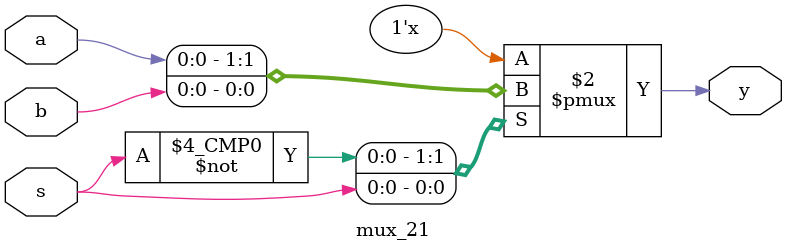
<source format=v>
module mux_21(a,b,y,s);
input a,s,b;
output reg y;
always @(*)
begin
 case(s)
   1'b0: y=a;
   1'b1: y=b;
   default: y=0;
 endcase
 end 
endmodule
</source>
